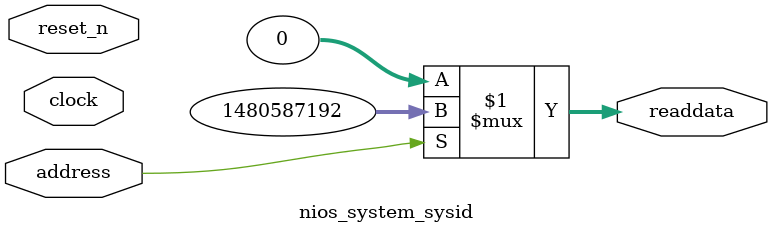
<source format=v>

`timescale 1ns / 1ps
// synthesis translate_on

// turn off superfluous verilog processor warnings 
// altera message_level Level1 
// altera message_off 10034 10035 10036 10037 10230 10240 10030 

module nios_system_sysid (
               // inputs:
                address,
                clock,
                reset_n,

               // outputs:
                readdata
             )
;

  output  [ 31: 0] readdata;
  input            address;
  input            clock;
  input            reset_n;

  wire    [ 31: 0] readdata;
  //control_slave, which is an e_avalon_slave
  assign readdata = address ? 1480587192 : 0;

endmodule




</source>
